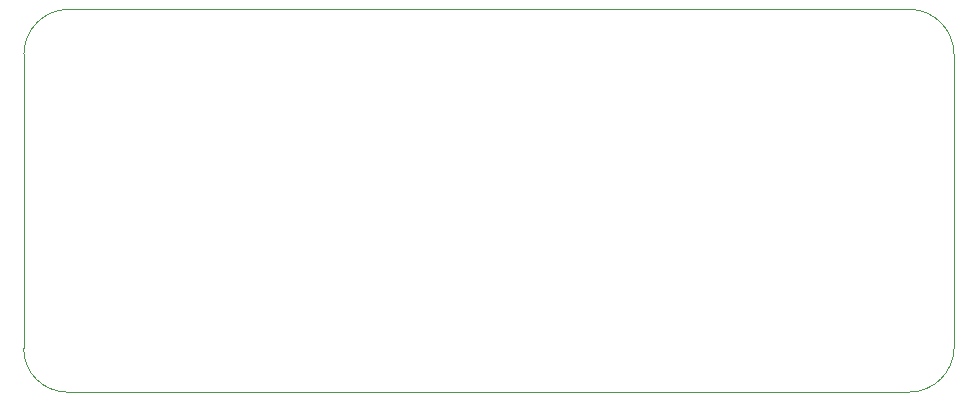
<source format=gbr>
%TF.GenerationSoftware,KiCad,Pcbnew,8.0.4*%
%TF.CreationDate,2024-10-15T16:48:48+08:00*%
%TF.ProjectId,ST-Link_3.0_devkit,53542d4c-696e-46b5-9f33-2e305f646576,rev?*%
%TF.SameCoordinates,Original*%
%TF.FileFunction,Profile,NP*%
%FSLAX46Y46*%
G04 Gerber Fmt 4.6, Leading zero omitted, Abs format (unit mm)*
G04 Created by KiCad (PCBNEW 8.0.4) date 2024-10-15 16:48:48*
%MOMM*%
%LPD*%
G01*
G04 APERTURE LIST*
%TA.AperFunction,Profile*%
%ADD10C,0.050000*%
%TD*%
G04 APERTURE END LIST*
D10*
X179859290Y-104828510D02*
G75*
G02*
X176022000Y-108665790I-3837290J10D01*
G01*
X101092000Y-80060800D02*
G75*
G02*
X104902000Y-76250800I3809999J1D01*
G01*
X104775000Y-108665800D02*
G75*
G02*
X101063000Y-104953800I1J3712001D01*
G01*
X176022000Y-76250800D02*
G75*
G02*
X179832000Y-80060800I0J-3810000D01*
G01*
X179832000Y-80060800D02*
X179859290Y-104828510D01*
X176022000Y-108665800D02*
X104775000Y-108665800D01*
X104902000Y-76250800D02*
X176022000Y-76250800D01*
X101063000Y-104953800D02*
X101092000Y-80060800D01*
M02*

</source>
